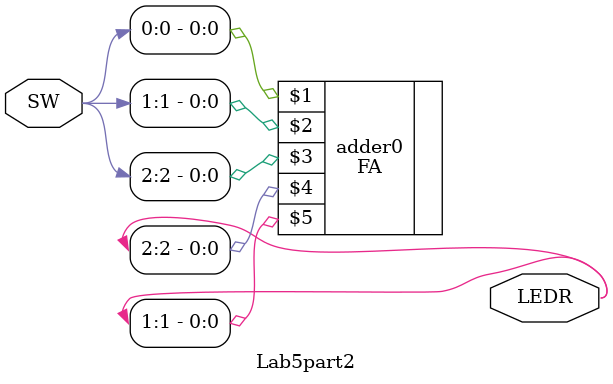
<source format=v>
/* ***************************************************************\
| Name of program : Lab5
| Author : Charles Heckel
| Date Created : 6/05/2018
| Date last updated : 6/05/2018
| Function : performs bitwise addition based on input signals
| Method : instantiates a Full-Adder to perform bitwise addition
| Inputs :	SW	- set of switches from DE2-115 board
| Output :	LEDR- set of LEDs from DE2-115 board
| Additional Comments : (Extras)
\*****************************************************************/

module Lab5part2(SW, LEDR);
  // variables
  input [2:0] SW;
  output[2:1] LEDR;
  
  // implementation
  FA adder0(SW[0], SW[1], SW[2], LEDR[2], LEDR[1]);

endmodule

</source>
